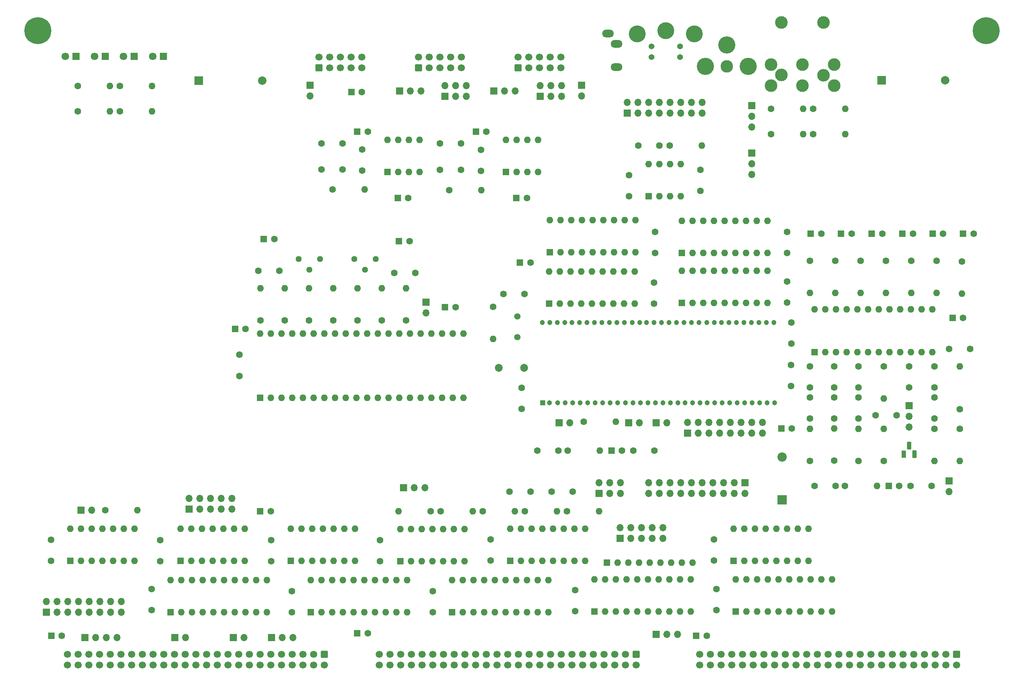
<source format=gbr>
%TF.GenerationSoftware,KiCad,Pcbnew,(6.0.11)*%
%TF.CreationDate,2024-04-23T21:08:07-04:00*%
%TF.ProjectId,input-output.Media,696e7075-742d-46f7-9574-7075742e4d65,rev?*%
%TF.SameCoordinates,Original*%
%TF.FileFunction,Soldermask,Top*%
%TF.FilePolarity,Negative*%
%FSLAX46Y46*%
G04 Gerber Fmt 4.6, Leading zero omitted, Abs format (unit mm)*
G04 Created by KiCad (PCBNEW (6.0.11)) date 2024-04-23 21:08:07*
%MOMM*%
%LPD*%
G01*
G04 APERTURE LIST*
G04 Aperture macros list*
%AMRoundRect*
0 Rectangle with rounded corners*
0 $1 Rounding radius*
0 $2 $3 $4 $5 $6 $7 $8 $9 X,Y pos of 4 corners*
0 Add a 4 corners polygon primitive as box body*
4,1,4,$2,$3,$4,$5,$6,$7,$8,$9,$2,$3,0*
0 Add four circle primitives for the rounded corners*
1,1,$1+$1,$2,$3*
1,1,$1+$1,$4,$5*
1,1,$1+$1,$6,$7*
1,1,$1+$1,$8,$9*
0 Add four rect primitives between the rounded corners*
20,1,$1+$1,$2,$3,$4,$5,0*
20,1,$1+$1,$4,$5,$6,$7,0*
20,1,$1+$1,$6,$7,$8,$9,0*
20,1,$1+$1,$8,$9,$2,$3,0*%
G04 Aperture macros list end*
%ADD10C,6.400000*%
%ADD11RoundRect,0.250000X-0.600000X0.600000X-0.600000X-0.600000X0.600000X-0.600000X0.600000X0.600000X0*%
%ADD12C,1.700000*%
%ADD13R,1.100000X1.800000*%
%ADD14RoundRect,0.275000X-0.275000X-0.625000X0.275000X-0.625000X0.275000X0.625000X-0.275000X0.625000X0*%
%ADD15O,2.800000X1.800000*%
%ADD16R,1.600000X1.600000*%
%ADD17C,1.600000*%
%ADD18R,1.700000X1.700000*%
%ADD19O,1.700000X1.700000*%
%ADD20O,1.600000X1.600000*%
%ADD21R,2.000000X2.000000*%
%ADD22C,2.000000*%
%ADD23R,1.800000X1.800000*%
%ADD24C,1.800000*%
%ADD25C,1.371600*%
%ADD26C,4.000500*%
%ADD27C,1.500000*%
%ADD28RoundRect,0.250000X0.600000X-0.600000X0.600000X0.600000X-0.600000X0.600000X-0.600000X-0.600000X0*%
%ADD29C,1.854200*%
%ADD30R,1.173480X1.173480*%
%ADD31C,1.198880*%
%ADD32C,1.440000*%
%ADD33C,3.000000*%
%ADD34C,2.971800*%
%ADD35C,4.064000*%
%ADD36R,2.200000X2.200000*%
%ADD37O,2.200000X2.200000*%
G04 APERTURE END LIST*
D10*
%TO.C,H2*%
X265000000Y-75000000D03*
%TD*%
%TO.C,H1*%
X40000000Y-75000000D03*
%TD*%
D11*
%TO.C,P2*%
X182000000Y-223000000D03*
D12*
X182000000Y-225540000D03*
X179460000Y-223000000D03*
X179460000Y-225540000D03*
X176920000Y-223000000D03*
X176920000Y-225540000D03*
X174380000Y-223000000D03*
X174380000Y-225540000D03*
X171840000Y-223000000D03*
X171840000Y-225540000D03*
X169300000Y-223000000D03*
X169300000Y-225540000D03*
X166760000Y-223000000D03*
X166760000Y-225540000D03*
X164220000Y-223000000D03*
X164220000Y-225540000D03*
X161680000Y-223000000D03*
X161680000Y-225540000D03*
X159140000Y-223000000D03*
X159140000Y-225540000D03*
X156600000Y-223000000D03*
X156600000Y-225540000D03*
X154060000Y-223000000D03*
X154060000Y-225540000D03*
X151520000Y-223000000D03*
X151520000Y-225540000D03*
X148980000Y-223000000D03*
X148980000Y-225540000D03*
X146440000Y-223000000D03*
X146440000Y-225540000D03*
X143900000Y-223000000D03*
X143900000Y-225540000D03*
X141360000Y-223000000D03*
X141360000Y-225540000D03*
X138820000Y-223000000D03*
X138820000Y-225540000D03*
X136280000Y-223000000D03*
X136280000Y-225540000D03*
X133740000Y-223000000D03*
X133740000Y-225540000D03*
X131200000Y-223000000D03*
X131200000Y-225540000D03*
X128660000Y-223000000D03*
X128660000Y-225540000D03*
X126120000Y-223000000D03*
X126120000Y-225540000D03*
X123580000Y-223000000D03*
X123580000Y-225540000D03*
X121040000Y-223000000D03*
X121040000Y-225540000D03*
%TD*%
D11*
%TO.C,P3*%
X258000000Y-223000000D03*
D12*
X258000000Y-225540000D03*
X255460000Y-223000000D03*
X255460000Y-225540000D03*
X252920000Y-223000000D03*
X252920000Y-225540000D03*
X250380000Y-223000000D03*
X250380000Y-225540000D03*
X247840000Y-223000000D03*
X247840000Y-225540000D03*
X245300000Y-223000000D03*
X245300000Y-225540000D03*
X242760000Y-223000000D03*
X242760000Y-225540000D03*
X240220000Y-223000000D03*
X240220000Y-225540000D03*
X237680000Y-223000000D03*
X237680000Y-225540000D03*
X235140000Y-223000000D03*
X235140000Y-225540000D03*
X232600000Y-223000000D03*
X232600000Y-225540000D03*
X230060000Y-223000000D03*
X230060000Y-225540000D03*
X227520000Y-223000000D03*
X227520000Y-225540000D03*
X224980000Y-223000000D03*
X224980000Y-225540000D03*
X222440000Y-223000000D03*
X222440000Y-225540000D03*
X219900000Y-223000000D03*
X219900000Y-225540000D03*
X217360000Y-223000000D03*
X217360000Y-225540000D03*
X214820000Y-223000000D03*
X214820000Y-225540000D03*
X212280000Y-223000000D03*
X212280000Y-225540000D03*
X209740000Y-223000000D03*
X209740000Y-225540000D03*
X207200000Y-223000000D03*
X207200000Y-225540000D03*
X204660000Y-223000000D03*
X204660000Y-225540000D03*
X202120000Y-223000000D03*
X202120000Y-225540000D03*
X199580000Y-223000000D03*
X199580000Y-225540000D03*
X197040000Y-223000000D03*
X197040000Y-225540000D03*
%TD*%
D11*
%TO.C,P1*%
X108000000Y-223000000D03*
D12*
X108000000Y-225540000D03*
X105460000Y-223000000D03*
X105460000Y-225540000D03*
X102920000Y-223000000D03*
X102920000Y-225540000D03*
X100380000Y-223000000D03*
X100380000Y-225540000D03*
X97840000Y-223000000D03*
X97840000Y-225540000D03*
X95300000Y-223000000D03*
X95300000Y-225540000D03*
X92760000Y-223000000D03*
X92760000Y-225540000D03*
X90220000Y-223000000D03*
X90220000Y-225540000D03*
X87680000Y-223000000D03*
X87680000Y-225540000D03*
X85140000Y-223000000D03*
X85140000Y-225540000D03*
X82600000Y-223000000D03*
X82600000Y-225540000D03*
X80060000Y-223000000D03*
X80060000Y-225540000D03*
X77520000Y-223000000D03*
X77520000Y-225540000D03*
X74980000Y-223000000D03*
X74980000Y-225540000D03*
X72440000Y-223000000D03*
X72440000Y-225540000D03*
X69900000Y-223000000D03*
X69900000Y-225540000D03*
X67360000Y-223000000D03*
X67360000Y-225540000D03*
X64820000Y-223000000D03*
X64820000Y-225540000D03*
X62280000Y-223000000D03*
X62280000Y-225540000D03*
X59740000Y-223000000D03*
X59740000Y-225540000D03*
X57200000Y-223000000D03*
X57200000Y-225540000D03*
X54660000Y-223000000D03*
X54660000Y-225540000D03*
X52120000Y-223000000D03*
X52120000Y-225540000D03*
X49580000Y-223000000D03*
X49580000Y-225540000D03*
X47040000Y-223000000D03*
X47040000Y-225540000D03*
%TD*%
D13*
%TO.C,Q1*%
X245480000Y-175510000D03*
D14*
X246750000Y-173440000D03*
X248020000Y-175510000D03*
%TD*%
D15*
%TO.C,J12*%
X177300000Y-83600000D03*
X175300000Y-75700000D03*
X177300000Y-78100000D03*
%TD*%
D16*
%TO.C,C60*%
X252317600Y-123170000D03*
D17*
X254817600Y-123170000D03*
%TD*%
%TO.C,C34*%
X145110000Y-108230000D03*
X145110000Y-103230000D03*
%TD*%
%TO.C,C43*%
X223250000Y-159670000D03*
X223250000Y-154670000D03*
%TD*%
D18*
%TO.C,SW1*%
X178125000Y-195475000D03*
D19*
X178125000Y-192935000D03*
X180665000Y-195475000D03*
X180665000Y-192935000D03*
X183205000Y-195475000D03*
X183205000Y-192935000D03*
X185745000Y-195475000D03*
X185745000Y-192935000D03*
X188285000Y-195475000D03*
X188285000Y-192935000D03*
%TD*%
D16*
%TO.C,U17*%
X152125000Y-200800000D03*
D20*
X154665000Y-200800000D03*
X157205000Y-200800000D03*
X159745000Y-200800000D03*
X162285000Y-200800000D03*
X164825000Y-200800000D03*
X167365000Y-200800000D03*
X169905000Y-200800000D03*
X169905000Y-193180000D03*
X167365000Y-193180000D03*
X164825000Y-193180000D03*
X162285000Y-193180000D03*
X159745000Y-193180000D03*
X157205000Y-193180000D03*
X154665000Y-193180000D03*
X152125000Y-193180000D03*
%TD*%
D16*
%TO.C,C59*%
X245135200Y-123170000D03*
D17*
X247635200Y-123170000D03*
%TD*%
D18*
%TO.C,JP9*%
X104580000Y-87970000D03*
D19*
X104580000Y-90510000D03*
%TD*%
D17*
%TO.C,C17*%
X158500000Y-174600000D03*
X163500000Y-174600000D03*
%TD*%
%TO.C,C5*%
X180250000Y-109250000D03*
X180250000Y-114250000D03*
%TD*%
D18*
%TO.C,JP4*%
X132100000Y-139425000D03*
D19*
X132100000Y-141965000D03*
%TD*%
D16*
%TO.C,C8*%
X176100000Y-174600000D03*
D17*
X178600000Y-174600000D03*
%TD*%
%TO.C,R17*%
X247250000Y-129610000D03*
D20*
X247250000Y-137230000D03*
%TD*%
D18*
%TO.C,JP2*%
X50275000Y-188750000D03*
D19*
X52815000Y-188750000D03*
%TD*%
D17*
%TO.C,R23*%
X148000000Y-140500000D03*
D20*
X148000000Y-148120000D03*
%TD*%
D17*
%TO.C,R30*%
X109900000Y-112700000D03*
D20*
X117520000Y-112700000D03*
%TD*%
D17*
%TO.C,C85*%
X161900000Y-184400000D03*
X166900000Y-184400000D03*
%TD*%
%TO.C,R16*%
X241250000Y-129610000D03*
D20*
X241250000Y-137230000D03*
%TD*%
D17*
%TO.C,C80*%
X97350000Y-131950000D03*
X92350000Y-131950000D03*
%TD*%
D21*
%TO.C,LS1*%
X78210000Y-86800000D03*
D22*
X93210000Y-86800000D03*
%TD*%
D16*
%TO.C,C61*%
X259567600Y-123170000D03*
D17*
X262067600Y-123170000D03*
%TD*%
%TO.C,R15*%
X235250000Y-129610000D03*
D20*
X235250000Y-137230000D03*
%TD*%
D17*
%TO.C,R22*%
X189940000Y-102250000D03*
D20*
X197560000Y-102250000D03*
%TD*%
D16*
%TO.C,U1*%
X104750000Y-213000000D03*
D20*
X107290000Y-213000000D03*
X109830000Y-213000000D03*
X112370000Y-213000000D03*
X114910000Y-213000000D03*
X117450000Y-213000000D03*
X119990000Y-213000000D03*
X122530000Y-213000000D03*
X125070000Y-213000000D03*
X127610000Y-213000000D03*
X127610000Y-205380000D03*
X125070000Y-205380000D03*
X122530000Y-205380000D03*
X119990000Y-205380000D03*
X117450000Y-205380000D03*
X114910000Y-205380000D03*
X112370000Y-205380000D03*
X109830000Y-205380000D03*
X107290000Y-205380000D03*
X104750000Y-205380000D03*
%TD*%
D18*
%TO.C,JP8*%
X186725000Y-218250000D03*
D19*
X189265000Y-218250000D03*
X191805000Y-218250000D03*
%TD*%
D16*
%TO.C,U4*%
X47675000Y-200800000D03*
D20*
X50215000Y-200800000D03*
X52755000Y-200800000D03*
X55295000Y-200800000D03*
X57835000Y-200800000D03*
X60375000Y-200800000D03*
X62915000Y-200800000D03*
X62915000Y-193180000D03*
X60375000Y-193180000D03*
X57835000Y-193180000D03*
X55295000Y-193180000D03*
X52755000Y-193180000D03*
X50215000Y-193180000D03*
X47675000Y-193180000D03*
%TD*%
D17*
%TO.C,L1*%
X258750000Y-164830000D03*
D20*
X258750000Y-154670000D03*
%TD*%
D18*
%TO.C,P8*%
X75925000Y-188540000D03*
D19*
X75925000Y-186000000D03*
X78465000Y-188540000D03*
X78465000Y-186000000D03*
X81005000Y-188540000D03*
X81005000Y-186000000D03*
X83545000Y-188540000D03*
X83545000Y-186000000D03*
X86085000Y-188540000D03*
X86085000Y-186000000D03*
%TD*%
D18*
%TO.C,J8*%
X148175000Y-89290000D03*
D19*
X150715000Y-89290000D03*
X153255000Y-89290000D03*
%TD*%
D17*
%TO.C,R3*%
X213940000Y-99500000D03*
D20*
X221560000Y-99500000D03*
%TD*%
D17*
%TO.C,C66*%
X217750000Y-139500000D03*
X217750000Y-134500000D03*
%TD*%
D16*
%TO.C,U7*%
X192850000Y-139550000D03*
D20*
X195390000Y-139550000D03*
X197930000Y-139550000D03*
X200470000Y-139550000D03*
X203010000Y-139550000D03*
X205550000Y-139550000D03*
X208090000Y-139550000D03*
X210630000Y-139550000D03*
X213170000Y-139550000D03*
X213170000Y-131930000D03*
X210630000Y-131930000D03*
X208090000Y-131930000D03*
X205550000Y-131930000D03*
X203010000Y-131930000D03*
X200470000Y-131930000D03*
X197930000Y-131930000D03*
X195390000Y-131930000D03*
X192850000Y-131930000D03*
%TD*%
D18*
%TO.C,JP6*%
X180225000Y-168000000D03*
D19*
X182765000Y-168000000D03*
%TD*%
D23*
%TO.C,D1*%
X49050000Y-81100000D03*
D24*
X46510000Y-81100000D03*
%TD*%
D17*
%TO.C,R2*%
X213940000Y-93500000D03*
D20*
X221560000Y-93500000D03*
%TD*%
D17*
%TO.C,C48*%
X252100000Y-183000000D03*
X247100000Y-183000000D03*
%TD*%
%TO.C,R5*%
X223250000Y-177060000D03*
D20*
X223250000Y-169440000D03*
%TD*%
D17*
%TO.C,R39*%
X135590000Y-189000000D03*
D20*
X143210000Y-189000000D03*
%TD*%
D18*
%TO.C,P13*%
X173175000Y-184775000D03*
D19*
X173175000Y-182235000D03*
X175715000Y-184775000D03*
X175715000Y-182235000D03*
X178255000Y-184775000D03*
X178255000Y-182235000D03*
%TD*%
D16*
%TO.C,U5*%
X224275000Y-151270000D03*
D20*
X226815000Y-151270000D03*
X229355000Y-151270000D03*
X231895000Y-151270000D03*
X234435000Y-151270000D03*
X236975000Y-151270000D03*
X239515000Y-151270000D03*
X242055000Y-151270000D03*
X244595000Y-151270000D03*
X247135000Y-151270000D03*
X249675000Y-151270000D03*
X252215000Y-151270000D03*
X252215000Y-141110000D03*
X249675000Y-141110000D03*
X247135000Y-141110000D03*
X244595000Y-141110000D03*
X242055000Y-141110000D03*
X239515000Y-141110000D03*
X236975000Y-141110000D03*
X234435000Y-141110000D03*
X231895000Y-141110000D03*
X229355000Y-141110000D03*
X226815000Y-141110000D03*
X224275000Y-141110000D03*
%TD*%
D17*
%TO.C,R24*%
X55990000Y-188750000D03*
D20*
X63610000Y-188750000D03*
%TD*%
D25*
%TO.C,J14*%
X185600000Y-78750000D03*
X192400000Y-78750000D03*
X185600000Y-81250000D03*
X192400000Y-81250000D03*
D26*
X195750000Y-75750000D03*
X182250000Y-75750000D03*
X189000000Y-74950000D03*
%TD*%
D17*
%TO.C,R38*%
X110100000Y-143700000D03*
D20*
X110100000Y-136080000D03*
%TD*%
D17*
%TO.C,R41*%
X145590000Y-189000000D03*
D20*
X153210000Y-189000000D03*
%TD*%
D17*
%TO.C,C79*%
X95400000Y-195900000D03*
X95400000Y-200900000D03*
%TD*%
D16*
%TO.C,C57*%
X230612900Y-123170000D03*
D17*
X233112900Y-123170000D03*
%TD*%
%TO.C,C15*%
X67000000Y-207500000D03*
X67000000Y-212500000D03*
%TD*%
%TO.C,C30*%
X186300200Y-174600000D03*
X181300200Y-174600000D03*
%TD*%
D16*
%TO.C,U20*%
X92725000Y-162075000D03*
D20*
X95265000Y-162075000D03*
X97805000Y-162075000D03*
X100345000Y-162075000D03*
X102885000Y-162075000D03*
X105425000Y-162075000D03*
X107965000Y-162075000D03*
X110505000Y-162075000D03*
X113045000Y-162075000D03*
X115585000Y-162075000D03*
X118125000Y-162075000D03*
X120665000Y-162075000D03*
X123205000Y-162075000D03*
X125745000Y-162075000D03*
X128285000Y-162075000D03*
X130825000Y-162075000D03*
X133365000Y-162075000D03*
X135905000Y-162075000D03*
X138445000Y-162075000D03*
X140985000Y-162075000D03*
X140985000Y-146835000D03*
X138445000Y-146835000D03*
X135905000Y-146835000D03*
X133365000Y-146835000D03*
X130825000Y-146835000D03*
X128285000Y-146835000D03*
X125745000Y-146835000D03*
X123205000Y-146835000D03*
X120665000Y-146835000D03*
X118125000Y-146835000D03*
X115585000Y-146835000D03*
X113045000Y-146835000D03*
X110505000Y-146835000D03*
X107965000Y-146835000D03*
X105425000Y-146835000D03*
X102885000Y-146835000D03*
X100345000Y-146835000D03*
X97805000Y-146835000D03*
X95265000Y-146835000D03*
X92725000Y-146835000D03*
%TD*%
D18*
%TO.C,J3*%
X126775000Y-183400000D03*
D19*
X129315000Y-183400000D03*
X131855000Y-183400000D03*
%TD*%
D17*
%TO.C,C2*%
X147400000Y-195700000D03*
X147400000Y-200700000D03*
%TD*%
%TO.C,C12*%
X69065000Y-195900000D03*
X69065000Y-200900000D03*
%TD*%
D16*
%TO.C,U11*%
X161470000Y-127600000D03*
D20*
X164010000Y-127600000D03*
X166550000Y-127600000D03*
X169090000Y-127600000D03*
X171630000Y-127600000D03*
X174170000Y-127600000D03*
X176710000Y-127600000D03*
X179250000Y-127600000D03*
X181790000Y-127600000D03*
X181790000Y-119980000D03*
X179250000Y-119980000D03*
X176710000Y-119980000D03*
X174170000Y-119980000D03*
X171630000Y-119980000D03*
X169090000Y-119980000D03*
X166550000Y-119980000D03*
X164010000Y-119980000D03*
X161470000Y-119980000D03*
%TD*%
D17*
%TO.C,R40*%
X165590000Y-189000000D03*
D20*
X173210000Y-189000000D03*
%TD*%
D17*
%TO.C,C49*%
X238750000Y-166250000D03*
X243750000Y-166250000D03*
%TD*%
%TO.C,C51*%
X252750000Y-154670000D03*
X252750000Y-159670000D03*
%TD*%
D18*
%TO.C,J4*%
X209400000Y-104000000D03*
D19*
X209400000Y-106540000D03*
X209400000Y-109080000D03*
%TD*%
D16*
%TO.C,C21*%
X216400000Y-169400000D03*
D17*
X218900000Y-169400000D03*
%TD*%
D18*
%TO.C,JP13*%
X72500000Y-219000000D03*
D19*
X75040000Y-219000000D03*
%TD*%
D27*
%TO.C,X1*%
X153750000Y-147700000D03*
X153750000Y-142820000D03*
%TD*%
D17*
%TO.C,C19*%
X87794900Y-151900000D03*
X87794900Y-156900000D03*
%TD*%
D16*
%TO.C,U10*%
X192850000Y-127750000D03*
D20*
X195390000Y-127750000D03*
X197930000Y-127750000D03*
X200470000Y-127750000D03*
X203010000Y-127750000D03*
X205550000Y-127750000D03*
X208090000Y-127750000D03*
X210630000Y-127750000D03*
X213170000Y-127750000D03*
X213170000Y-120130000D03*
X210630000Y-120130000D03*
X208090000Y-120130000D03*
X205550000Y-120130000D03*
X203010000Y-120130000D03*
X200470000Y-120130000D03*
X197930000Y-120130000D03*
X195390000Y-120130000D03*
X192850000Y-120130000D03*
%TD*%
D16*
%TO.C,U8*%
X161310000Y-139770000D03*
D20*
X163850000Y-139770000D03*
X166390000Y-139770000D03*
X168930000Y-139770000D03*
X171470000Y-139770000D03*
X174010000Y-139770000D03*
X176550000Y-139770000D03*
X179090000Y-139770000D03*
X181630000Y-139770000D03*
X181630000Y-132150000D03*
X179090000Y-132150000D03*
X176550000Y-132150000D03*
X174010000Y-132150000D03*
X171470000Y-132150000D03*
X168930000Y-132150000D03*
X166390000Y-132150000D03*
X163850000Y-132150000D03*
X161310000Y-132150000D03*
%TD*%
D16*
%TO.C,C56*%
X223385200Y-123170000D03*
D17*
X225885200Y-123170000D03*
%TD*%
%TO.C,C53*%
X155500000Y-137500000D03*
X150500000Y-137500000D03*
%TD*%
D16*
%TO.C,C36*%
X143949800Y-98980000D03*
D17*
X146449800Y-98980000D03*
%TD*%
D18*
%TO.C,P4*%
X51200000Y-219000000D03*
D19*
X53740000Y-219000000D03*
X56280000Y-219000000D03*
X58820000Y-219000000D03*
%TD*%
D17*
%TO.C,R19*%
X259250000Y-129750000D03*
D20*
X259250000Y-137370000D03*
%TD*%
D18*
%TO.C,J2*%
X209400000Y-92775000D03*
D19*
X209400000Y-95315000D03*
X209400000Y-97855000D03*
%TD*%
D17*
%TO.C,R6*%
X49490000Y-94100000D03*
D20*
X57110000Y-94100000D03*
%TD*%
D17*
%TO.C,C6*%
X167500000Y-207750000D03*
X167500000Y-212750000D03*
%TD*%
D16*
%TO.C,U14*%
X205575000Y-212800000D03*
D20*
X208115000Y-212800000D03*
X210655000Y-212800000D03*
X213195000Y-212800000D03*
X215735000Y-212800000D03*
X218275000Y-212800000D03*
X220815000Y-212800000D03*
X223355000Y-212800000D03*
X225895000Y-212800000D03*
X228435000Y-212800000D03*
X228435000Y-205180000D03*
X225895000Y-205180000D03*
X223355000Y-205180000D03*
X220815000Y-205180000D03*
X218275000Y-205180000D03*
X215735000Y-205180000D03*
X213195000Y-205180000D03*
X210655000Y-205180000D03*
X208115000Y-205180000D03*
X205575000Y-205180000D03*
%TD*%
D17*
%TO.C,R7*%
X252750000Y-169440000D03*
D20*
X252750000Y-177060000D03*
%TD*%
D17*
%TO.C,C9*%
X200400000Y-195700000D03*
X200400000Y-200700000D03*
%TD*%
%TO.C,R25*%
X59490000Y-94100000D03*
D20*
X67110000Y-94100000D03*
%TD*%
D17*
%TO.C,R12*%
X169500000Y-167750000D03*
D20*
X177120000Y-167750000D03*
%TD*%
D16*
%TO.C,C83*%
X125689800Y-124950000D03*
D17*
X128189800Y-124950000D03*
%TD*%
D16*
%TO.C,RN1*%
X175025000Y-201200000D03*
D20*
X177565000Y-201200000D03*
X180105000Y-201200000D03*
X182645000Y-201200000D03*
X185185000Y-201200000D03*
X187725000Y-201200000D03*
X190265000Y-201200000D03*
X192805000Y-201200000D03*
X195345000Y-201200000D03*
%TD*%
D17*
%TO.C,L3*%
X231540000Y-183000000D03*
D20*
X239160000Y-183000000D03*
%TD*%
D18*
%TO.C,P6*%
X194125000Y-170525000D03*
D19*
X194125000Y-167985000D03*
X196665000Y-170525000D03*
X196665000Y-167985000D03*
X199205000Y-170525000D03*
X199205000Y-167985000D03*
X201745000Y-170525000D03*
X201745000Y-167985000D03*
X204285000Y-170525000D03*
X204285000Y-167985000D03*
X206825000Y-170525000D03*
X206825000Y-167985000D03*
X209365000Y-170525000D03*
X209365000Y-167985000D03*
X211905000Y-170525000D03*
X211905000Y-167985000D03*
%TD*%
D28*
%TO.C,P11*%
X153920000Y-83797500D03*
D12*
X153920000Y-81257500D03*
X156460000Y-83797500D03*
X156460000Y-81257500D03*
X159000000Y-83797500D03*
X159000000Y-81257500D03*
X161540000Y-83797500D03*
X161540000Y-81257500D03*
X164080000Y-83797500D03*
X164080000Y-81257500D03*
%TD*%
D18*
%TO.C,JP5*%
X86425000Y-219000000D03*
D19*
X88965000Y-219000000D03*
%TD*%
D16*
%TO.C,U15*%
X71500000Y-213000000D03*
D20*
X74040000Y-213000000D03*
X76580000Y-213000000D03*
X79120000Y-213000000D03*
X81660000Y-213000000D03*
X84200000Y-213000000D03*
X86740000Y-213000000D03*
X89280000Y-213000000D03*
X91820000Y-213000000D03*
X94360000Y-213000000D03*
X94360000Y-205380000D03*
X91820000Y-205380000D03*
X89280000Y-205380000D03*
X86740000Y-205380000D03*
X84200000Y-205380000D03*
X81660000Y-205380000D03*
X79120000Y-205380000D03*
X76580000Y-205380000D03*
X74040000Y-205380000D03*
X71500000Y-205380000D03*
%TD*%
D17*
%TO.C,C14*%
X121200000Y-195900000D03*
X121200000Y-200900000D03*
%TD*%
D16*
%TO.C,C26*%
X196200000Y-218600000D03*
D17*
X198700000Y-218600000D03*
%TD*%
D18*
%TO.C,P5*%
X179875000Y-94525000D03*
D19*
X179875000Y-91985000D03*
X182415000Y-94525000D03*
X182415000Y-91985000D03*
X184955000Y-94525000D03*
X184955000Y-91985000D03*
X187495000Y-94525000D03*
X187495000Y-91985000D03*
X190035000Y-94525000D03*
X190035000Y-91985000D03*
X192575000Y-94525000D03*
X192575000Y-91985000D03*
X195115000Y-94525000D03*
X195115000Y-91985000D03*
X197655000Y-94525000D03*
X197655000Y-91985000D03*
%TD*%
D17*
%TO.C,C32*%
X107300000Y-101700000D03*
X112300000Y-101700000D03*
%TD*%
D18*
%TO.C,J11*%
X159175000Y-90565000D03*
D19*
X159175000Y-88025000D03*
X161715000Y-90565000D03*
X161715000Y-88025000D03*
X164255000Y-90565000D03*
X164255000Y-88025000D03*
%TD*%
D17*
%TO.C,C7*%
X218750000Y-154300000D03*
X218750000Y-159300000D03*
%TD*%
%TO.C,C40*%
X135374700Y-107965000D03*
X140374700Y-107965000D03*
%TD*%
%TO.C,R20*%
X223940000Y-93500000D03*
D20*
X231560000Y-93500000D03*
%TD*%
D16*
%TO.C,U2*%
X122942000Y-108500000D03*
D20*
X125482000Y-108500000D03*
X128022000Y-108500000D03*
X130562000Y-108500000D03*
X130562000Y-100880000D03*
X128022000Y-100880000D03*
X125482000Y-100880000D03*
X122942000Y-100880000D03*
%TD*%
D17*
%TO.C,R11*%
X240750000Y-154690000D03*
D20*
X240750000Y-162310000D03*
%TD*%
D17*
%TO.C,C31*%
X135374700Y-101715000D03*
X140374700Y-101715000D03*
%TD*%
%TO.C,C33*%
X116992000Y-108200000D03*
X116992000Y-103200000D03*
%TD*%
%TO.C,C84*%
X151900000Y-184400000D03*
X156900000Y-184400000D03*
%TD*%
D16*
%TO.C,C22*%
X92769300Y-189000000D03*
D17*
X95269300Y-189000000D03*
%TD*%
D23*
%TO.C,D2*%
X62850000Y-81100000D03*
D24*
X60310000Y-81100000D03*
%TD*%
D17*
%TO.C,C41*%
X223250000Y-162000000D03*
X223250000Y-167000000D03*
%TD*%
D16*
%TO.C,U3*%
X151100000Y-108515000D03*
D20*
X153640000Y-108515000D03*
X156180000Y-108515000D03*
X158720000Y-108515000D03*
X158720000Y-100895000D03*
X156180000Y-100895000D03*
X153640000Y-100895000D03*
X151100000Y-100895000D03*
%TD*%
D17*
%TO.C,R37*%
X137590000Y-112800000D03*
D20*
X145210000Y-112800000D03*
%TD*%
D16*
%TO.C,C82*%
X93599800Y-124450000D03*
D17*
X96099800Y-124450000D03*
%TD*%
D16*
%TO.C,C35*%
X115786900Y-98950000D03*
D17*
X118286900Y-98950000D03*
%TD*%
%TO.C,C81*%
X129600000Y-132450000D03*
X124600000Y-132450000D03*
%TD*%
%TO.C,C38*%
X107300000Y-107950000D03*
X112300000Y-107950000D03*
%TD*%
%TO.C,R18*%
X253250000Y-129610000D03*
D20*
X253250000Y-137230000D03*
%TD*%
D17*
%TO.C,R27*%
X234750000Y-177060000D03*
D20*
X234750000Y-169440000D03*
%TD*%
D18*
%TO.C,J1*%
X207800000Y-182225000D03*
D19*
X207800000Y-184765000D03*
X205260000Y-182225000D03*
X205260000Y-184765000D03*
X202720000Y-182225000D03*
X202720000Y-184765000D03*
X200180000Y-182225000D03*
X200180000Y-184765000D03*
X197640000Y-182225000D03*
X197640000Y-184765000D03*
X195100000Y-182225000D03*
X195100000Y-184765000D03*
X192560000Y-182225000D03*
X192560000Y-184765000D03*
X190020000Y-182225000D03*
X190020000Y-184765000D03*
X187480000Y-182225000D03*
X187480000Y-184765000D03*
X184940000Y-182225000D03*
X184940000Y-184765000D03*
%TD*%
D29*
%TO.C,C52*%
X155360100Y-155000000D03*
X149360097Y-155000000D03*
%TD*%
D17*
%TO.C,R10*%
X59490000Y-88120000D03*
D20*
X67110000Y-88120000D03*
%TD*%
D17*
%TO.C,R42*%
X155590000Y-189000000D03*
D20*
X163210000Y-189000000D03*
%TD*%
D23*
%TO.C,D4*%
X55950000Y-81100000D03*
D24*
X53410000Y-81100000D03*
%TD*%
D30*
%TO.C,U6*%
X159753060Y-163267400D03*
D31*
X161432000Y-163267400D03*
X163311600Y-163267400D03*
X165092140Y-163267400D03*
X166872680Y-163267400D03*
X168653220Y-163267400D03*
X170431220Y-163267400D03*
X172211760Y-163267400D03*
X173992300Y-163267400D03*
X175772840Y-163267400D03*
X177550840Y-163267400D03*
X179432980Y-163267400D03*
X181210980Y-163267400D03*
X182991520Y-163267400D03*
X184769520Y-163267400D03*
X186550060Y-163267400D03*
X188330600Y-163267400D03*
X190108600Y-163267400D03*
X191889140Y-163267400D03*
X193570620Y-163267400D03*
X195348620Y-163267400D03*
X197129160Y-163287720D03*
X198810640Y-163287720D03*
X200588640Y-163287720D03*
X202379340Y-163287720D03*
X204159880Y-163287720D03*
X205940420Y-163287720D03*
X207718420Y-163287720D03*
X209498960Y-163287720D03*
X211279500Y-163287720D03*
X213060040Y-163287720D03*
X214840580Y-163287720D03*
X214670400Y-144209780D03*
X212889860Y-144209780D03*
X211109320Y-144209780D03*
X209328780Y-144209780D03*
X207548240Y-144209780D03*
X205770240Y-144209780D03*
X203989700Y-144209780D03*
X202209160Y-144209780D03*
X200530220Y-144209780D03*
X198749680Y-144209780D03*
X196918340Y-144209780D03*
X195140340Y-144209780D03*
X193359800Y-144209780D03*
X191579260Y-144209780D03*
X189798720Y-144209780D03*
X188018180Y-144209780D03*
X186240180Y-144209780D03*
X184459640Y-144209780D03*
X182780700Y-144209780D03*
X181002700Y-144209780D03*
X179222160Y-144199620D03*
X177441620Y-144199620D03*
X175661080Y-144199620D03*
X173883080Y-144199620D03*
X172102540Y-144199620D03*
X170322000Y-144199620D03*
X168541460Y-144199620D03*
X166760920Y-144199620D03*
X165081980Y-144199620D03*
X163301440Y-144199620D03*
X161520900Y-144199620D03*
X159742900Y-144199620D03*
%TD*%
D18*
%TO.C,J10*%
X125830000Y-89295000D03*
D19*
X128370000Y-89295000D03*
X130910000Y-89295000D03*
%TD*%
D17*
%TO.C,C44*%
X229000000Y-159670000D03*
X229000000Y-154670000D03*
%TD*%
D18*
%TO.C,J7*%
X42000000Y-213000000D03*
D19*
X42000000Y-210460000D03*
X44540000Y-213000000D03*
X44540000Y-210460000D03*
X47080000Y-213000000D03*
X47080000Y-210460000D03*
X49620000Y-213000000D03*
X49620000Y-210460000D03*
X52160000Y-213000000D03*
X52160000Y-210460000D03*
X54700000Y-213000000D03*
X54700000Y-210460000D03*
X57240000Y-213000000D03*
X57240000Y-210460000D03*
X59780000Y-213000000D03*
X59780000Y-210460000D03*
%TD*%
D17*
%TO.C,R14*%
X229250000Y-129610000D03*
D20*
X229250000Y-137230000D03*
%TD*%
D17*
%TO.C,C18*%
X100250000Y-208000000D03*
X100250000Y-213000000D03*
%TD*%
D16*
%TO.C,C20*%
X136594900Y-140600000D03*
D17*
X139094900Y-140600000D03*
%TD*%
D18*
%TO.C,JP12*%
X256200000Y-181800000D03*
D19*
X256200000Y-184340000D03*
%TD*%
D16*
%TO.C,C25*%
X115800000Y-218000000D03*
D17*
X118300000Y-218000000D03*
%TD*%
D18*
%TO.C,JP3*%
X186725000Y-168000000D03*
D19*
X189265000Y-168000000D03*
%TD*%
D21*
%TO.C,LS2*%
X240260000Y-86750000D03*
D22*
X255260000Y-86750000D03*
%TD*%
D16*
%TO.C,U22*%
X73840000Y-200800000D03*
D20*
X76380000Y-200800000D03*
X78920000Y-200800000D03*
X81460000Y-200800000D03*
X84000000Y-200800000D03*
X86540000Y-200800000D03*
X89080000Y-200800000D03*
X89080000Y-193180000D03*
X86540000Y-193180000D03*
X84000000Y-193180000D03*
X81460000Y-193180000D03*
X78920000Y-193180000D03*
X76380000Y-193180000D03*
X73840000Y-193180000D03*
%TD*%
D16*
%TO.C,C54*%
X257044900Y-143170000D03*
D17*
X259544900Y-143170000D03*
%TD*%
%TO.C,C65*%
X186500000Y-127750000D03*
X186500000Y-122750000D03*
%TD*%
D32*
%TO.C,RV1*%
X101850000Y-129200000D03*
X104390000Y-131740000D03*
X106930000Y-129200000D03*
%TD*%
D23*
%TO.C,D3*%
X69750000Y-81100000D03*
D24*
X67210000Y-81100000D03*
%TD*%
D17*
%TO.C,C10*%
X201000000Y-207500000D03*
X201000000Y-212500000D03*
%TD*%
D16*
%TO.C,C42*%
X153525300Y-114700000D03*
D17*
X156025300Y-114700000D03*
%TD*%
D33*
%TO.C,J13*%
X213954500Y-83016200D03*
X221454500Y-83016200D03*
X228954500Y-83016200D03*
X216454500Y-85516200D03*
X226454500Y-85556200D03*
X221454500Y-88016200D03*
X213954500Y-88016200D03*
X228954500Y-88016200D03*
X216454500Y-73016200D03*
X226454500Y-73016200D03*
%TD*%
D16*
%TO.C,U16*%
X184950000Y-114300000D03*
D20*
X187490000Y-114300000D03*
X190030000Y-114300000D03*
X192570000Y-114300000D03*
X192570000Y-106680000D03*
X190030000Y-106680000D03*
X187490000Y-106680000D03*
X184950000Y-106680000D03*
%TD*%
D17*
%TO.C,C45*%
X234750000Y-159670000D03*
X234750000Y-154670000D03*
%TD*%
%TO.C,C1*%
X197250000Y-108000000D03*
X197250000Y-113000000D03*
%TD*%
%TO.C,R32*%
X98600000Y-143700000D03*
D20*
X98600000Y-136080000D03*
%TD*%
D17*
%TO.C,R26*%
X229000000Y-177000000D03*
D20*
X229000000Y-169380000D03*
%TD*%
D17*
%TO.C,R21*%
X223940000Y-99500000D03*
D20*
X231560000Y-99500000D03*
%TD*%
D16*
%TO.C,P7*%
X100000000Y-200800000D03*
D20*
X102540000Y-200800000D03*
X105080000Y-200800000D03*
X107620000Y-200800000D03*
X110160000Y-200800000D03*
X112700000Y-200800000D03*
X115240000Y-200800000D03*
X115240000Y-193180000D03*
X112700000Y-193180000D03*
X110160000Y-193180000D03*
X107620000Y-193180000D03*
X105080000Y-193180000D03*
X102540000Y-193180000D03*
X100000000Y-193180000D03*
%TD*%
D32*
%TO.C,RV2*%
X115060000Y-129200000D03*
X117600000Y-131740000D03*
X120140000Y-129200000D03*
%TD*%
D16*
%TO.C,C46*%
X125394700Y-114700000D03*
D17*
X127894700Y-114700000D03*
%TD*%
%TO.C,C63*%
X186250000Y-139750000D03*
X186250000Y-134750000D03*
%TD*%
%TO.C,C4*%
X187500000Y-102250000D03*
X182500000Y-102250000D03*
%TD*%
D18*
%TO.C,JP1*%
X246750000Y-163975000D03*
D19*
X246750000Y-166515000D03*
X246750000Y-169055000D03*
%TD*%
D17*
%TO.C,C50*%
X246750000Y-154670000D03*
X246750000Y-159670000D03*
%TD*%
D16*
%TO.C,C24*%
X86789800Y-145800000D03*
D17*
X89289800Y-145800000D03*
%TD*%
D18*
%TO.C,P10*%
X136555000Y-90570000D03*
D19*
X136555000Y-88030000D03*
X139095000Y-90570000D03*
X139095000Y-88030000D03*
X141635000Y-90570000D03*
X141635000Y-88030000D03*
%TD*%
D16*
%TO.C,C23*%
X154394900Y-130000000D03*
D17*
X156894900Y-130000000D03*
%TD*%
%TO.C,C16*%
X43110000Y-195800000D03*
X43110000Y-200800000D03*
%TD*%
%TO.C,R33*%
X121600000Y-143700000D03*
D20*
X121600000Y-136080000D03*
%TD*%
D18*
%TO.C,JP7*%
X163725000Y-168000000D03*
D19*
X166265000Y-168000000D03*
%TD*%
D34*
%TO.C,J15*%
X203500000Y-83469000D03*
D35*
X208580000Y-83469000D03*
X198420000Y-83469000D03*
X203500000Y-78389000D03*
%TD*%
D28*
%TO.C,P9*%
X106720000Y-83797500D03*
D12*
X106720000Y-81257500D03*
X109260000Y-83797500D03*
X109260000Y-81257500D03*
X111800000Y-83797500D03*
X111800000Y-81257500D03*
X114340000Y-83797500D03*
X114340000Y-81257500D03*
X116880000Y-83797500D03*
X116880000Y-81257500D03*
%TD*%
D16*
%TO.C,U24*%
X125975000Y-200900000D03*
D20*
X128515000Y-200900000D03*
X131055000Y-200900000D03*
X133595000Y-200900000D03*
X136135000Y-200900000D03*
X138675000Y-200900000D03*
X141215000Y-200900000D03*
X141215000Y-193280000D03*
X138675000Y-193280000D03*
X136135000Y-193280000D03*
X133595000Y-193280000D03*
X131055000Y-193280000D03*
X128515000Y-193280000D03*
X125975000Y-193280000D03*
%TD*%
D17*
%TO.C,R36*%
X115850000Y-143700000D03*
D20*
X115850000Y-136080000D03*
%TD*%
D16*
%TO.C,C28*%
X114372000Y-89545000D03*
D17*
X116872000Y-89545000D03*
%TD*%
%TO.C,L2*%
X165740200Y-174600000D03*
D20*
X173360200Y-174600000D03*
%TD*%
D16*
%TO.C,U9*%
X205125000Y-200800000D03*
D20*
X207665000Y-200800000D03*
X210205000Y-200800000D03*
X212745000Y-200800000D03*
X215285000Y-200800000D03*
X217825000Y-200800000D03*
X220365000Y-200800000D03*
X222905000Y-200800000D03*
X222905000Y-193180000D03*
X220365000Y-193180000D03*
X217825000Y-193180000D03*
X215285000Y-193180000D03*
X212745000Y-193180000D03*
X210205000Y-193180000D03*
X207665000Y-193180000D03*
X205125000Y-193180000D03*
%TD*%
D16*
%TO.C,C27*%
X43200000Y-218600000D03*
D17*
X45700000Y-218600000D03*
%TD*%
D16*
%TO.C,C58*%
X237885200Y-123170000D03*
D17*
X240385200Y-123170000D03*
%TD*%
%TO.C,R1*%
X49490000Y-88120000D03*
D20*
X57110000Y-88120000D03*
%TD*%
D17*
%TO.C,C39*%
X229000000Y-162000000D03*
X229000000Y-167000000D03*
%TD*%
D16*
%TO.C,U21*%
X172075000Y-212800000D03*
D20*
X174615000Y-212800000D03*
X177155000Y-212800000D03*
X179695000Y-212800000D03*
X182235000Y-212800000D03*
X184775000Y-212800000D03*
X187315000Y-212800000D03*
X189855000Y-212800000D03*
X192395000Y-212800000D03*
X194935000Y-212800000D03*
X194935000Y-205180000D03*
X192395000Y-205180000D03*
X189855000Y-205180000D03*
X187315000Y-205180000D03*
X184775000Y-205180000D03*
X182235000Y-205180000D03*
X179695000Y-205180000D03*
X177155000Y-205180000D03*
X174615000Y-205180000D03*
X172075000Y-205180000D03*
%TD*%
D36*
%TO.C,D5*%
X216600000Y-186280000D03*
D37*
X216600000Y-176120000D03*
%TD*%
D17*
%TO.C,C64*%
X217750000Y-127750000D03*
X217750000Y-122750000D03*
%TD*%
D28*
%TO.C,P12*%
X130320000Y-83797500D03*
D12*
X130320000Y-81257500D03*
X132860000Y-83797500D03*
X132860000Y-81257500D03*
X135400000Y-83797500D03*
X135400000Y-81257500D03*
X137940000Y-83797500D03*
X137940000Y-81257500D03*
X140480000Y-83797500D03*
X140480000Y-81257500D03*
%TD*%
D17*
%TO.C,R13*%
X223250000Y-129610000D03*
D20*
X223250000Y-137230000D03*
%TD*%
D17*
%TO.C,C62*%
X218800000Y-144250000D03*
X218800000Y-149250000D03*
%TD*%
%TO.C,C3*%
X133750000Y-208000000D03*
X133750000Y-213000000D03*
%TD*%
%TO.C,R9*%
X258750000Y-169440000D03*
D20*
X258750000Y-177060000D03*
%TD*%
D17*
%TO.C,C55*%
X256250000Y-150500000D03*
X261250000Y-150500000D03*
%TD*%
%TO.C,R35*%
X92850000Y-143700000D03*
D20*
X92850000Y-136080000D03*
%TD*%
D17*
%TO.C,R34*%
X127350000Y-143700000D03*
D20*
X127350000Y-136080000D03*
%TD*%
D18*
%TO.C,JP10*%
X169000000Y-87965000D03*
D19*
X169000000Y-90505000D03*
%TD*%
D17*
%TO.C,C29*%
X224300000Y-183000000D03*
X229300000Y-183000000D03*
%TD*%
D16*
%TO.C,C13*%
X241884700Y-183000000D03*
D17*
X244384700Y-183000000D03*
%TD*%
%TO.C,R4*%
X240750000Y-177060000D03*
D20*
X240750000Y-169440000D03*
%TD*%
D17*
%TO.C,R8*%
X133200000Y-189000000D03*
D20*
X125580000Y-189000000D03*
%TD*%
D17*
%TO.C,R31*%
X104350000Y-143700000D03*
D20*
X104350000Y-136080000D03*
%TD*%
D17*
%TO.C,C11*%
X154800000Y-159750000D03*
X154800000Y-164750000D03*
%TD*%
D16*
%TO.C,U13*%
X138250000Y-213000000D03*
D20*
X140790000Y-213000000D03*
X143330000Y-213000000D03*
X145870000Y-213000000D03*
X148410000Y-213000000D03*
X150950000Y-213000000D03*
X153490000Y-213000000D03*
X156030000Y-213000000D03*
X158570000Y-213000000D03*
X161110000Y-213000000D03*
X161110000Y-205380000D03*
X158570000Y-205380000D03*
X156030000Y-205380000D03*
X153490000Y-205380000D03*
X150950000Y-205380000D03*
X148410000Y-205380000D03*
X145870000Y-205380000D03*
X143330000Y-205380000D03*
X140790000Y-205380000D03*
X138250000Y-205380000D03*
%TD*%
D17*
%TO.C,C37*%
X234750000Y-162000000D03*
X234750000Y-167000000D03*
%TD*%
%TO.C,C47*%
X252750000Y-162000000D03*
X252750000Y-167000000D03*
%TD*%
D18*
%TO.C,J9*%
X95475000Y-219000000D03*
D19*
X98015000Y-219000000D03*
X100555000Y-219000000D03*
%TD*%
M02*

</source>
